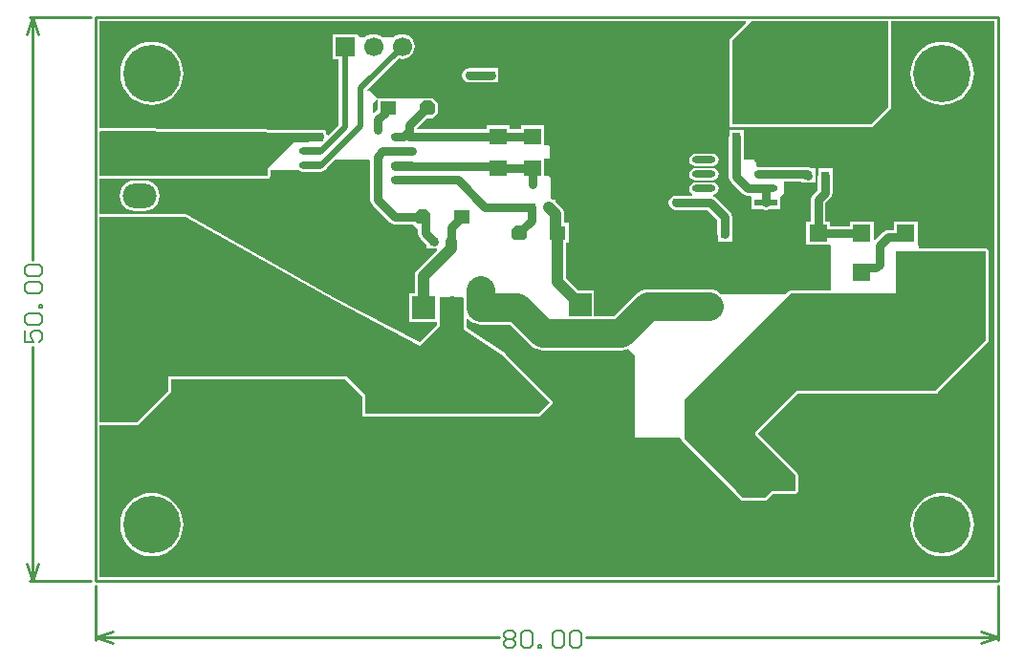
<source format=gtl>
G04*
G04 #@! TF.GenerationSoftware,Altium Limited,Altium Designer,20.1.10 (176)*
G04*
G04 Layer_Physical_Order=1*
G04 Layer_Color=255*
%FSLAX25Y25*%
%MOIN*%
G70*
G04*
G04 #@! TF.SameCoordinates,0441287F-5BD0-46D5-AAFD-36AB4F102E54*
G04*
G04*
G04 #@! TF.FilePolarity,Positive*
G04*
G01*
G75*
%ADD10C,0.01000*%
%ADD17C,0.00600*%
%ADD18R,0.03000X0.03000*%
%ADD19R,0.03000X0.03000*%
G04:AMPARAMS|DCode=20|XSize=55mil|YSize=50mil|CornerRadius=0mil|HoleSize=0mil|Usage=FLASHONLY|Rotation=180.000|XOffset=0mil|YOffset=0mil|HoleType=Round|Shape=Octagon|*
%AMOCTAGOND20*
4,1,8,-0.02750,0.01250,-0.02750,-0.01250,-0.01500,-0.02500,0.01500,-0.02500,0.02750,-0.01250,0.02750,0.01250,0.01500,0.02500,-0.01500,0.02500,-0.02750,0.01250,0.0*
%
%ADD20OCTAGOND20*%

%ADD21R,0.05500X0.05000*%
%ADD22R,0.06200X0.05500*%
%ADD23O,0.05118X0.11811*%
%ADD24R,0.05118X0.11811*%
%ADD25R,0.06299X0.06000*%
%ADD26O,0.03937X0.10630*%
%ADD27R,0.03937X0.10630*%
%ADD28R,0.08268X0.02362*%
%ADD29O,0.08268X0.02362*%
%ADD30O,0.08800X0.02400*%
%ADD58C,0.10000*%
%ADD59C,0.03000*%
%ADD60C,0.04000*%
%ADD61C,0.02000*%
%ADD62C,0.06693*%
%ADD63R,0.06693X0.06693*%
%ADD64O,0.11811X0.08661*%
%ADD65O,0.08661X0.11811*%
%ADD66R,0.09843X0.09843*%
%ADD67C,0.09843*%
%ADD68R,0.06693X0.06693*%
%ADD69C,0.20000*%
%ADD70C,0.07874*%
%ADD71R,0.07874X0.07874*%
%ADD72C,0.08661*%
%ADD73C,0.07480*%
%ADD74R,0.07480X0.07480*%
%ADD75R,0.07874X0.07874*%
%ADD76C,0.03000*%
G36*
X276500Y165500D02*
X270500Y159500D01*
X222000D01*
Y188500D01*
X228821Y195321D01*
X276500Y195321D01*
Y165500D01*
D02*
G37*
G36*
X313431Y1529D02*
X1529D01*
Y54480D01*
X14500D01*
X14890Y54558D01*
X15221Y54779D01*
X26221Y65779D01*
X26442Y66110D01*
X26520Y66500D01*
Y70480D01*
X87078D01*
X92980Y64578D01*
Y58500D01*
X93058Y58110D01*
X93279Y57779D01*
X93610Y57558D01*
X94000Y57480D01*
X154500D01*
X154890Y57558D01*
X155221Y57779D01*
X159221Y61779D01*
X159442Y62110D01*
X159520Y62500D01*
X159442Y62890D01*
X159221Y63221D01*
X143221Y79221D01*
X143137Y79277D01*
X143066Y79348D01*
X129520Y88379D01*
Y91369D01*
X129990Y91537D01*
X130237Y91237D01*
X131150Y90487D01*
X132193Y89930D01*
X133324Y89587D01*
X134500Y89471D01*
X144753D01*
X151987Y82237D01*
X152901Y81487D01*
X153943Y80930D01*
X155074Y80587D01*
X156250Y80471D01*
X183500D01*
X184676Y80587D01*
X185807Y80930D01*
X188000Y78737D01*
Y50000D01*
X203668D01*
X204480Y49187D01*
Y49187D01*
X204723Y48863D01*
X204794Y48792D01*
X204850Y48708D01*
X211029Y42529D01*
X222743Y30815D01*
X225208Y28350D01*
X225291Y28294D01*
X225362Y28223D01*
X225441Y28171D01*
X225441Y28171D01*
X225534Y28132D01*
X225539Y28129D01*
X225545Y28128D01*
X225705Y28061D01*
X225710Y28058D01*
X225716Y28057D01*
X225809Y28019D01*
X225902Y28000D01*
X226002D01*
X226100Y27980D01*
X233400D01*
X233498Y28000D01*
X233598Y28000D01*
X233691Y28019D01*
X233784Y28057D01*
X233790Y28058D01*
X233795Y28061D01*
X233956Y28128D01*
X233961Y28129D01*
X233966Y28132D01*
X234059Y28171D01*
X234137Y28223D01*
X234208Y28294D01*
X234292Y28350D01*
X236422Y30480D01*
X236901D01*
X237000Y30500D01*
X243900D01*
X243998Y30520D01*
X244098D01*
X244182Y30536D01*
X244275Y30575D01*
X244290Y30578D01*
X244302Y30586D01*
X244550Y30689D01*
X244831Y30970D01*
X244934Y31217D01*
X244942Y31230D01*
X244945Y31245D01*
X244983Y31337D01*
X245000Y31421D01*
Y31521D01*
X245020Y31620D01*
Y36900D01*
X245000Y36998D01*
X245000Y37099D01*
X244982Y37191D01*
X244943Y37284D01*
X244942Y37290D01*
X244939Y37295D01*
X244872Y37455D01*
X244871Y37461D01*
X244868Y37466D01*
X244829Y37559D01*
X244777Y37637D01*
X244706Y37708D01*
X244650Y37792D01*
X231020Y51422D01*
X231283Y51841D01*
X244922Y65480D01*
X293000D01*
X293390Y65558D01*
X293721Y65779D01*
X311221Y83279D01*
X311442Y83610D01*
X311520Y84000D01*
Y115000D01*
X311442Y115390D01*
X311221Y115721D01*
X310890Y115942D01*
X310500Y116020D01*
X287000D01*
Y116900D01*
X286650Y117250D01*
Y125250D01*
X278350D01*
Y122549D01*
X276500D01*
X275524Y122355D01*
X274698Y121802D01*
X271900Y119004D01*
X271400Y119211D01*
Y125250D01*
X263100D01*
Y123799D01*
X256150D01*
Y125250D01*
X254549D01*
Y131944D01*
X256302Y133698D01*
X256855Y134525D01*
X257049Y135500D01*
Y141500D01*
X257000Y141746D01*
Y144000D01*
X254746D01*
X254500Y144049D01*
X254254Y144000D01*
X252000D01*
Y141746D01*
X251951Y141500D01*
Y136556D01*
X250198Y134802D01*
X249645Y133976D01*
X249451Y133000D01*
Y125250D01*
X247850D01*
Y117250D01*
X256150D01*
X256500Y116895D01*
Y102020D01*
X256453Y101520D01*
X242500D01*
X242110Y101442D01*
X241779Y101221D01*
X240506Y99948D01*
X218263D01*
X217350Y100698D01*
X216307Y101255D01*
X215176Y101598D01*
X214000Y101714D01*
X192685D01*
X191509Y101598D01*
X190378Y101255D01*
X189336Y100698D01*
X188422Y99948D01*
X181003Y92529D01*
X173937D01*
Y101437D01*
X168342D01*
X164276Y105503D01*
Y118000D01*
X165000D01*
Y125000D01*
X163526D01*
Y128000D01*
X163423Y128783D01*
X163120Y129513D01*
X162640Y130140D01*
X162640Y130140D01*
X160500Y132279D01*
Y133000D01*
X159670D01*
X159513Y133121D01*
X158783Y133423D01*
Y140717D01*
X158000Y141500D01*
X156600Y141531D01*
Y147500D01*
X158500D01*
Y151500D01*
X158000Y152000D01*
X156600Y152017D01*
Y158959D01*
X148400D01*
Y157758D01*
X144600D01*
Y158959D01*
X136400D01*
Y157653D01*
X112465D01*
X112258Y158153D01*
X115605Y161500D01*
X117750D01*
X119500Y163250D01*
Y166750D01*
X117750Y168500D01*
X98500D01*
Y164605D01*
X97159Y163264D01*
X96698Y163456D01*
Y166698D01*
X98500Y168500D01*
X95905Y171095D01*
X95132D01*
X94940Y171557D01*
X105713Y182329D01*
X105865Y182265D01*
X107000Y182116D01*
X108135Y182265D01*
X109192Y182703D01*
X110100Y183400D01*
X110797Y184308D01*
X111235Y185365D01*
X111384Y186500D01*
X111235Y187635D01*
X110797Y188692D01*
X110100Y189600D01*
X109192Y190297D01*
X108135Y190735D01*
X107000Y190884D01*
X105865Y190735D01*
X104808Y190297D01*
X103900Y189600D01*
X100100D01*
X99192Y190297D01*
X98135Y190735D01*
X97000Y190884D01*
X95865Y190735D01*
X94808Y190297D01*
X93900Y189600D01*
X92593D01*
X91347Y190847D01*
X82653D01*
Y182153D01*
X84961D01*
Y159145D01*
X81297Y155481D01*
X80819Y155626D01*
X80772Y155858D01*
X80520Y156237D01*
Y156500D01*
X80481Y156693D01*
X80445Y156884D01*
X80443Y156887D01*
X80442Y156890D01*
X80333Y157054D01*
X80226Y157216D01*
X80223Y157218D01*
X80221Y157221D01*
X80058Y157330D01*
X79896Y157439D01*
X79893Y157440D01*
X79890Y157442D01*
X79698Y157480D01*
X79506Y157520D01*
X1891Y158017D01*
X1877Y158029D01*
X1529Y158424D01*
Y195321D01*
X226726Y195321D01*
X226917Y194859D01*
X221279Y189221D01*
X221058Y188890D01*
X220980Y188500D01*
Y159500D01*
X221000Y159402D01*
Y158500D01*
X221901D01*
X222000Y158480D01*
X270500D01*
X270890Y158558D01*
X271221Y158779D01*
X277221Y164779D01*
X277442Y165110D01*
X277520Y165500D01*
Y195321D01*
X313431D01*
X313431Y1529D01*
D02*
G37*
G36*
X95951Y146549D02*
Y133000D01*
X96145Y132025D01*
X96698Y131198D01*
X102698Y125198D01*
X103524Y124645D01*
X104500Y124451D01*
X110654D01*
X112580Y122525D01*
Y121371D01*
X112774Y120396D01*
X113326Y119569D01*
X115500Y117395D01*
Y116000D01*
X117754D01*
X118000Y115951D01*
X118246Y116000D01*
X119068D01*
X119259Y115538D01*
X112360Y108640D01*
X111880Y108013D01*
X111577Y107283D01*
X111474Y106500D01*
Y100437D01*
X109563D01*
Y90563D01*
X118980D01*
Y89422D01*
X113024Y83466D01*
X83486Y98896D01*
X32000Y127888D01*
X31942Y127908D01*
X31890Y127942D01*
X31754Y127969D01*
X31622Y128012D01*
X31561Y128007D01*
X31500Y128020D01*
X1529D01*
Y140480D01*
X60000D01*
X60390Y140558D01*
X60721Y140779D01*
X60942Y141110D01*
X61020Y141500D01*
Y142982D01*
X61183Y143414D01*
X61715D01*
Y143414D01*
X61715Y143414D01*
X70714D01*
X71442Y142928D01*
X72300Y142757D01*
X78700D01*
X79558Y142928D01*
X80286Y143414D01*
X80772Y144142D01*
X80784Y144200D01*
X83584Y147000D01*
X95500D01*
X95951Y146549D01*
D02*
G37*
G36*
X79500Y156500D02*
Y153684D01*
X79307Y153491D01*
X69000Y153000D01*
X60000Y144000D01*
Y141500D01*
X1529D01*
Y156645D01*
X1884Y156998D01*
X79500Y156500D01*
D02*
G37*
G36*
X310500Y84000D02*
X293000Y66500D01*
X244500D01*
X230000Y52000D01*
Y51000D01*
X230299Y50701D01*
X230299Y50701D01*
X243929Y37071D01*
X243982Y36992D01*
X244000Y36900D01*
Y31620D01*
X243983Y31536D01*
X243900Y31520D01*
X237000D01*
X236901Y31500D01*
X236000D01*
X233571Y29071D01*
X233492Y29019D01*
X233400Y29000D01*
X226100D01*
X226008Y29019D01*
X225929Y29071D01*
X223464Y31536D01*
X211750Y43250D01*
X205571Y49429D01*
X205519Y49508D01*
X205500Y49600D01*
Y52000D01*
Y63500D01*
X242500Y100500D01*
X279000Y100500D01*
X279000Y115000D01*
X310500D01*
Y84000D01*
D02*
G37*
G36*
X83000Y98000D02*
X113216Y82216D01*
X120000Y89000D01*
X120000Y99000D01*
X128000D01*
X128500Y98500D01*
Y95795D01*
X128471Y95500D01*
X128500Y95205D01*
Y87833D01*
X142500Y78500D01*
X158500Y62500D01*
X154500Y58500D01*
X94000D01*
Y65000D01*
X87500Y71500D01*
X25500D01*
Y66500D01*
X14500Y55500D01*
X1529D01*
Y127000D01*
X31500D01*
X83000Y98000D01*
D02*
G37*
%LPC*%
G36*
X138000Y179049D02*
X130500D01*
X129525Y178855D01*
X128698Y178302D01*
X128145Y177476D01*
X127951Y176500D01*
X128145Y175524D01*
X128698Y174698D01*
X129525Y174145D01*
X130500Y173951D01*
X138000D01*
X138246Y174000D01*
X140500D01*
Y176254D01*
X140549Y176500D01*
X140500Y176746D01*
Y179000D01*
X138246D01*
X138000Y179049D01*
D02*
G37*
G36*
X295276Y188199D02*
X293549Y188064D01*
X291866Y187659D01*
X290266Y186997D01*
X288790Y186092D01*
X287473Y184968D01*
X286349Y183651D01*
X285444Y182175D01*
X284782Y180575D01*
X284377Y178892D01*
X284242Y177165D01*
X284377Y175439D01*
X284782Y173756D01*
X285444Y172156D01*
X286349Y170680D01*
X287473Y169363D01*
X288790Y168239D01*
X290266Y167334D01*
X291866Y166671D01*
X293549Y166267D01*
X295276Y166131D01*
X297002Y166267D01*
X298685Y166671D01*
X300285Y167334D01*
X301761Y168239D01*
X303078Y169363D01*
X304202Y170680D01*
X305107Y172156D01*
X305770Y173756D01*
X306174Y175439D01*
X306310Y177165D01*
X306174Y178892D01*
X305770Y180575D01*
X305107Y182175D01*
X304202Y183651D01*
X303078Y184968D01*
X301761Y186092D01*
X300285Y186997D01*
X298685Y187659D01*
X297002Y188064D01*
X295276Y188199D01*
D02*
G37*
G36*
X19685Y188199D02*
X17959Y188064D01*
X16275Y187659D01*
X14676Y186997D01*
X13199Y186092D01*
X11883Y184968D01*
X10758Y183651D01*
X9854Y182175D01*
X9191Y180575D01*
X8787Y178892D01*
X8651Y177165D01*
X8787Y175439D01*
X9191Y173756D01*
X9854Y172156D01*
X10758Y170680D01*
X11883Y169363D01*
X13199Y168239D01*
X14676Y167334D01*
X16275Y166671D01*
X17959Y166267D01*
X19685Y166131D01*
X21411Y166267D01*
X23095Y166671D01*
X24694Y167334D01*
X26171Y168239D01*
X27487Y169363D01*
X28612Y170680D01*
X29516Y172156D01*
X30179Y173756D01*
X30583Y175439D01*
X30719Y177165D01*
X30583Y178892D01*
X30179Y180575D01*
X29516Y182175D01*
X28612Y183651D01*
X27487Y184968D01*
X26171Y186092D01*
X24694Y186997D01*
X23095Y187659D01*
X21411Y188064D01*
X19685Y188199D01*
D02*
G37*
G36*
X215126Y149224D02*
X209221D01*
X208369Y149055D01*
X207648Y148573D01*
X207166Y147851D01*
X206997Y147000D01*
X207166Y146149D01*
X207648Y145428D01*
X208369Y144946D01*
X209221Y144776D01*
X215126D01*
X215977Y144946D01*
X216699Y145428D01*
X217180Y146149D01*
X217350Y147000D01*
X217180Y147851D01*
X216699Y148573D01*
X215977Y149055D01*
X215126Y149224D01*
D02*
G37*
G36*
Y144224D02*
X209221D01*
X208369Y144054D01*
X207648Y143572D01*
X207166Y142851D01*
X206997Y142000D01*
X207166Y141149D01*
X207648Y140427D01*
X208369Y139945D01*
X209221Y139776D01*
X215126D01*
X215977Y139945D01*
X216699Y140427D01*
X217180Y141149D01*
X217350Y142000D01*
X217180Y142851D01*
X216699Y143572D01*
X215977Y144054D01*
X215126Y144224D01*
D02*
G37*
G36*
X223500Y157549D02*
X223254Y157500D01*
X221000D01*
Y155246D01*
X220951Y155000D01*
Y141000D01*
X221145Y140024D01*
X221698Y139198D01*
X225698Y135198D01*
X226524Y134645D01*
X227500Y134451D01*
X228305D01*
X228693Y134181D01*
Y129819D01*
X232591D01*
X232851Y129645D01*
X233827Y129451D01*
X234802Y129645D01*
X235062Y129819D01*
X238961D01*
Y134181D01*
X240000Y135221D01*
Y139451D01*
X246000D01*
Y139000D01*
X248254D01*
X248500Y138951D01*
X248746Y139000D01*
X251000D01*
Y141254D01*
X251049Y141500D01*
X251000Y141746D01*
Y144000D01*
X249507D01*
X248975Y144355D01*
X248000Y144549D01*
X231000D01*
X230873Y144524D01*
X230500Y144959D01*
Y147000D01*
X226049D01*
Y155000D01*
X226000Y155246D01*
Y157500D01*
X223746D01*
X223500Y157549D01*
D02*
G37*
G36*
X215126Y139224D02*
X209221D01*
X208369Y139055D01*
X207648Y138573D01*
X207166Y137851D01*
X206997Y137000D01*
X207166Y136149D01*
X207648Y135427D01*
X208214Y135049D01*
X208063Y134549D01*
X202500D01*
X201524Y134355D01*
X200698Y133802D01*
X200145Y132975D01*
X199951Y132000D01*
X200145Y131025D01*
X200698Y130198D01*
X201524Y129645D01*
X202500Y129451D01*
X213432D01*
X216951Y125932D01*
Y121000D01*
X217000Y120754D01*
Y118500D01*
X219254D01*
X219500Y118451D01*
X219746Y118500D01*
X222000D01*
Y120754D01*
X222049Y121000D01*
Y126988D01*
X221855Y127964D01*
X221302Y128791D01*
X217057Y133036D01*
X216699Y133572D01*
X215977Y134055D01*
X215886Y134073D01*
X215488Y134338D01*
X215474Y134446D01*
X215517Y134854D01*
X215977Y134945D01*
X216699Y135427D01*
X217180Y136149D01*
X217350Y137000D01*
X217180Y137851D01*
X216699Y138573D01*
X215977Y139055D01*
X215126Y139224D01*
D02*
G37*
G36*
X295276Y30719D02*
X293549Y30583D01*
X291866Y30179D01*
X290266Y29516D01*
X288790Y28612D01*
X287473Y27487D01*
X286349Y26171D01*
X285444Y24694D01*
X284782Y23095D01*
X284378Y21411D01*
X284242Y19685D01*
X284378Y17959D01*
X284782Y16275D01*
X285444Y14676D01*
X286349Y13199D01*
X287473Y11883D01*
X288790Y10758D01*
X290266Y9854D01*
X291866Y9191D01*
X293549Y8787D01*
X295276Y8651D01*
X297002Y8787D01*
X298685Y9191D01*
X300285Y9854D01*
X301761Y10758D01*
X303078Y11883D01*
X304202Y13199D01*
X305107Y14676D01*
X305770Y16275D01*
X306174Y17959D01*
X306310Y19685D01*
X306174Y21411D01*
X305770Y23095D01*
X305107Y24694D01*
X304202Y26171D01*
X303078Y27487D01*
X301761Y28612D01*
X300285Y29516D01*
X298685Y30179D01*
X297002Y30583D01*
X295276Y30719D01*
D02*
G37*
G36*
X19685D02*
X17959Y30583D01*
X16275Y30179D01*
X14676Y29516D01*
X13199Y28612D01*
X11883Y27487D01*
X10758Y26171D01*
X9854Y24694D01*
X9191Y23095D01*
X8787Y21411D01*
X8651Y19685D01*
X8787Y17959D01*
X9191Y16275D01*
X9854Y14676D01*
X10758Y13199D01*
X11883Y11883D01*
X13199Y10758D01*
X14676Y9854D01*
X16275Y9191D01*
X17959Y8787D01*
X19685Y8651D01*
X21411Y8787D01*
X23095Y9191D01*
X24694Y9854D01*
X26171Y10758D01*
X27487Y11883D01*
X28612Y13199D01*
X29516Y14676D01*
X30179Y16275D01*
X30583Y17959D01*
X30719Y19685D01*
X30583Y21411D01*
X30179Y23095D01*
X29516Y24694D01*
X28612Y26171D01*
X27487Y27487D01*
X26171Y28612D01*
X24694Y29516D01*
X23095Y30179D01*
X21411Y30583D01*
X19685Y30719D01*
D02*
G37*
G36*
X17075Y139877D02*
X13925D01*
X12534Y139693D01*
X11237Y139156D01*
X10123Y138302D01*
X9269Y137188D01*
X8732Y135892D01*
X8548Y134500D01*
X8732Y133108D01*
X9269Y131812D01*
X10123Y130698D01*
X11237Y129844D01*
X12534Y129306D01*
X13925Y129123D01*
X17075D01*
X18466Y129306D01*
X19763Y129844D01*
X20877Y130698D01*
X21731Y131812D01*
X22268Y133108D01*
X22452Y134500D01*
X22268Y135892D01*
X21731Y137188D01*
X20877Y138302D01*
X19763Y139156D01*
X18466Y139693D01*
X17075Y139877D01*
D02*
G37*
%LPD*%
D10*
X0Y0D02*
X314961D01*
X314961Y196850D02*
X314961Y0D01*
X0D02*
Y196850D01*
X314961Y196850D01*
X0Y-19500D02*
X6000Y-17500D01*
X0Y-19500D02*
X6000Y-21500D01*
X308961D02*
X314961Y-19500D01*
X308961Y-17500D02*
X314961Y-19500D01*
X0D02*
X140785D01*
X170976D02*
X314961D01*
X0Y-20500D02*
Y-1500D01*
X314961Y-20500D02*
Y-1500D01*
X-22000Y196850D02*
X-20000Y190850D01*
X-24000D02*
X-22000Y196850D01*
X-24000Y6000D02*
X-22000Y0D01*
X-20000Y6000D01*
X-22000Y111921D02*
Y196850D01*
Y0D02*
Y81730D01*
X-23000Y196850D02*
X-1500D01*
X-23000Y0D02*
X-1500D01*
D17*
X142385Y-18101D02*
X143384Y-17101D01*
X145384D01*
X146383Y-18101D01*
Y-19100D01*
X145384Y-20100D01*
X146383Y-21100D01*
Y-22099D01*
X145384Y-23099D01*
X143384D01*
X142385Y-22099D01*
Y-21100D01*
X143384Y-20100D01*
X142385Y-19100D01*
Y-18101D01*
X143384Y-20100D02*
X145384D01*
X148383Y-18101D02*
X149382Y-17101D01*
X151382D01*
X152382Y-18101D01*
Y-22099D01*
X151382Y-23099D01*
X149382D01*
X148383Y-22099D01*
Y-18101D01*
X154381Y-23099D02*
Y-22099D01*
X155380D01*
Y-23099D01*
X154381D01*
X159379Y-18101D02*
X160379Y-17101D01*
X162378D01*
X163378Y-18101D01*
Y-22099D01*
X162378Y-23099D01*
X160379D01*
X159379Y-22099D01*
Y-18101D01*
X165377D02*
X166377Y-17101D01*
X168376D01*
X169376Y-18101D01*
Y-22099D01*
X168376Y-23099D01*
X166377D01*
X165377Y-22099D01*
Y-18101D01*
X-24399Y87328D02*
Y83330D01*
X-21400D01*
X-22400Y85329D01*
Y86329D01*
X-21400Y87328D01*
X-19401D01*
X-18401Y86329D01*
Y84329D01*
X-19401Y83330D01*
X-23399Y89328D02*
X-24399Y90327D01*
Y92327D01*
X-23399Y93326D01*
X-19401D01*
X-18401Y92327D01*
Y90327D01*
X-19401Y89328D01*
X-23399D01*
X-18401Y95326D02*
X-19401D01*
Y96325D01*
X-18401D01*
Y95326D01*
X-23399Y100324D02*
X-24399Y101324D01*
Y103323D01*
X-23399Y104323D01*
X-19401D01*
X-18401Y103323D01*
Y101324D01*
X-19401Y100324D01*
X-23399D01*
Y106322D02*
X-24399Y107322D01*
Y109321D01*
X-23399Y110321D01*
X-19401D01*
X-18401Y109321D01*
Y107322D01*
X-19401Y106322D01*
X-23399D01*
D18*
X223500Y161000D02*
D03*
Y155000D02*
D03*
X240000Y27000D02*
D03*
Y34000D02*
D03*
D19*
X219500Y121000D02*
D03*
X226500D02*
D03*
X118000Y118500D02*
D03*
X124000D02*
D03*
X152000Y130500D02*
D03*
X158000D02*
D03*
X138000Y176500D02*
D03*
X145000D02*
D03*
X248500Y141500D02*
D03*
X254500D02*
D03*
D20*
X114250Y127000D02*
D03*
X147750Y121500D02*
D03*
X115750Y165000D02*
D03*
D21*
X127750Y127000D02*
D03*
X161250Y121500D02*
D03*
X102250Y165000D02*
D03*
D22*
X229500Y32709D02*
D03*
Y21488D02*
D03*
X152500Y155209D02*
D03*
Y143988D02*
D03*
X140500Y155209D02*
D03*
Y143988D02*
D03*
D23*
X111000Y42252D02*
D03*
D24*
Y73748D02*
D03*
D25*
X282500Y107750D02*
D03*
Y121250D02*
D03*
X267250Y107750D02*
D03*
Y121250D02*
D03*
X252000D02*
D03*
Y107750D02*
D03*
D26*
X145500Y42402D02*
D03*
D27*
Y67598D02*
D03*
D28*
X233827Y132000D02*
D03*
D29*
Y137000D02*
D03*
Y142000D02*
D03*
Y147000D02*
D03*
X212173Y132000D02*
D03*
Y137000D02*
D03*
Y142000D02*
D03*
Y147000D02*
D03*
D30*
X75500Y155000D02*
D03*
Y150000D02*
D03*
Y145000D02*
D03*
Y140000D02*
D03*
X107500D02*
D03*
Y145000D02*
D03*
Y150000D02*
D03*
Y155000D02*
D03*
D58*
X134500Y95500D02*
Y101500D01*
X192685Y95685D02*
X214000D01*
X183500Y86500D02*
X192685Y95685D01*
X169000Y86500D02*
X183500D01*
X134500Y95500D02*
X147250D01*
X156250Y86500D01*
X169000D01*
D59*
X152500Y138500D02*
Y143988D01*
X233827Y132000D02*
Y137000D01*
X109304Y155104D02*
X140396D01*
X109500Y157150D02*
Y159000D01*
Y155300D02*
Y157150D01*
X104500Y155104D02*
X107454D01*
X109500Y157150D01*
X109304Y155104D02*
X109500Y155300D01*
X115500Y165000D02*
X115750D01*
X109500Y159000D02*
X115500Y165000D01*
X233827Y142000D02*
X248000D01*
X231000D02*
X233827D01*
X248000D02*
X248500Y141500D01*
X254500Y135500D02*
Y141500D01*
X252000Y121250D02*
Y133000D01*
X254500Y135500D01*
X252000Y121250D02*
X267250D01*
Y107750D02*
X268750Y109250D01*
X272250D01*
X273500Y110500D01*
Y117000D01*
X276500Y120000D01*
X281250D01*
X282500Y121250D01*
X223500Y141000D02*
Y155000D01*
Y141000D02*
X227500Y137000D01*
X233827D01*
X212173Y132000D02*
X214488D01*
X219500Y126988D01*
Y121000D02*
Y126988D01*
X202500Y132000D02*
X212173D01*
X152000Y125871D02*
Y130500D01*
X147750Y121621D02*
X152000Y125871D01*
X147750Y121500D02*
Y121621D01*
X127500Y127000D02*
X127750D01*
X126500Y126000D02*
X127500Y127000D01*
X126500Y125750D02*
Y126000D01*
X124000Y123250D02*
X126500Y125750D01*
X124000Y118500D02*
Y123250D01*
X114250Y127000D02*
X115129Y126121D01*
Y121371D02*
Y126121D01*
Y121371D02*
X118000Y118500D01*
X104500Y144700D02*
X139788D01*
X140500Y143988D02*
X152500D01*
X139788Y144700D02*
X140500Y143988D01*
Y155209D02*
X152500D01*
X140396Y155104D02*
X140500Y155209D01*
X107500Y140000D02*
X126450D01*
X104500D02*
X107500D01*
X126450D02*
X135950Y130500D01*
X152000D01*
X107500Y150000D02*
X110500D01*
X100257D02*
X107500D01*
X104500Y127000D02*
X114250D01*
X98500Y133000D02*
X104500Y127000D01*
X98500Y133000D02*
Y148243D01*
X100257Y150000D01*
X130500Y176500D02*
X138000D01*
X98500Y157500D02*
Y161000D01*
X101500Y164500D02*
X102000D01*
X101000Y164000D02*
X101500Y164500D01*
X101000Y163500D02*
Y164000D01*
X98500Y161000D02*
X101000Y163500D01*
X102000Y164500D02*
X102250Y164750D01*
Y165000D01*
D60*
X161250Y104250D02*
Y121500D01*
Y104250D02*
X169000Y96500D01*
X158000Y130500D02*
X160500Y128000D01*
Y122000D02*
Y128000D01*
Y122000D02*
X161000Y121500D01*
X161250D01*
X124000Y116000D02*
Y118500D01*
X114500Y106500D02*
X124000Y116000D01*
X114500Y95500D02*
Y106500D01*
D61*
X92439Y171939D02*
X107000Y186500D01*
X92439Y158739D02*
Y171939D01*
X78700Y145000D02*
X92439Y158739D01*
X75500Y145000D02*
X78700D01*
X75500Y150000D02*
X78700D01*
X87000Y158300D01*
Y186500D01*
D62*
X107000D02*
D03*
X97000D02*
D03*
X187000Y16500D02*
D03*
X177000D02*
D03*
X303150Y98425D02*
D03*
Y108425D02*
D03*
X9500Y70500D02*
D03*
Y80500D02*
D03*
X150500Y188500D02*
D03*
X140500D02*
D03*
X101000Y16500D02*
D03*
X91000D02*
D03*
D63*
X87000Y186500D02*
D03*
X197000Y16500D02*
D03*
X160500Y188500D02*
D03*
X111000Y16500D02*
D03*
D64*
X15500Y134500D02*
D03*
Y119500D02*
D03*
Y149500D02*
D03*
D65*
X145000Y17000D02*
D03*
X130000D02*
D03*
X160000D02*
D03*
X252000Y180000D02*
D03*
X267000D02*
D03*
X237000D02*
D03*
D66*
X56500Y86421D02*
D03*
D67*
Y56500D02*
D03*
D68*
X303150Y88425D02*
D03*
X9500Y60500D02*
D03*
D69*
X19685Y19685D02*
D03*
X295276Y177165D02*
D03*
X19685Y177165D02*
D03*
X295276Y19685D02*
D03*
D70*
X124500Y95500D02*
D03*
X134500D02*
D03*
X169000Y86500D02*
D03*
Y76500D02*
D03*
D71*
X114500Y95500D02*
D03*
D72*
X214000Y95685D02*
D03*
Y56315D02*
D03*
D73*
X267500Y50000D02*
D03*
D74*
Y71000D02*
D03*
D75*
X169000Y96500D02*
D03*
D76*
X134500Y103500D02*
D03*
X152500Y138500D02*
D03*
X89500Y141000D02*
D03*
X86000Y117500D02*
D03*
X74000Y118000D02*
D03*
X67500Y117500D02*
D03*
X86500Y125500D02*
D03*
X75500Y126000D02*
D03*
X68000Y126500D02*
D03*
X146500Y181000D02*
D03*
X159500D02*
D03*
X153000D02*
D03*
X202500Y132000D02*
D03*
X130500Y176500D02*
D03*
X98500Y157500D02*
D03*
X47000Y149500D02*
D03*
X67000Y154500D02*
D03*
X55500Y147000D02*
D03*
X54500Y153000D02*
D03*
X60500Y153500D02*
D03*
M02*

</source>
